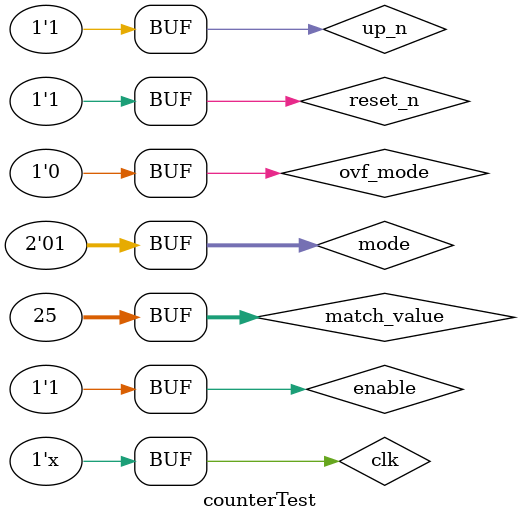
<source format=v>
module counterTest();
parameter bin = 32;
//inputs
reg  clk;
reg  reset_n;
reg  enable;
reg  [bin-1 : 0] match_value;
//outputs
wire [bin-1 : 0] oCounter; 
wire match;
wire ovf;
wire [1:0]mode;
reg up_n;
reg ovf_mode;
assign mode[0] = up_n;
assign mode[1] = ovf_mode;

initial begin
    clk=0;
    reset_n=1;
    enable=0;
    ovf_mode=0;
    up_n=1;
    match_value=25;
    #5 enable=1;
    
    //#400 $finish; 
end

always begin
    #5 clk = ~clk;
end


count #(bin,32'b1111_1111) c(clk,reset_n,enable,mode , match_value, oCounter, match, ovf);

initial
begin
  $dumpfile("out.vcd");
  $dumpvars(0,counterTest);
end


initial
$monitor("time ",$stime," clk",clk," reset",reset_n, " enable", enable, " counter", oCounter, " match",match?"yes":"no"," ovf",ovf );

endmodule
</source>
